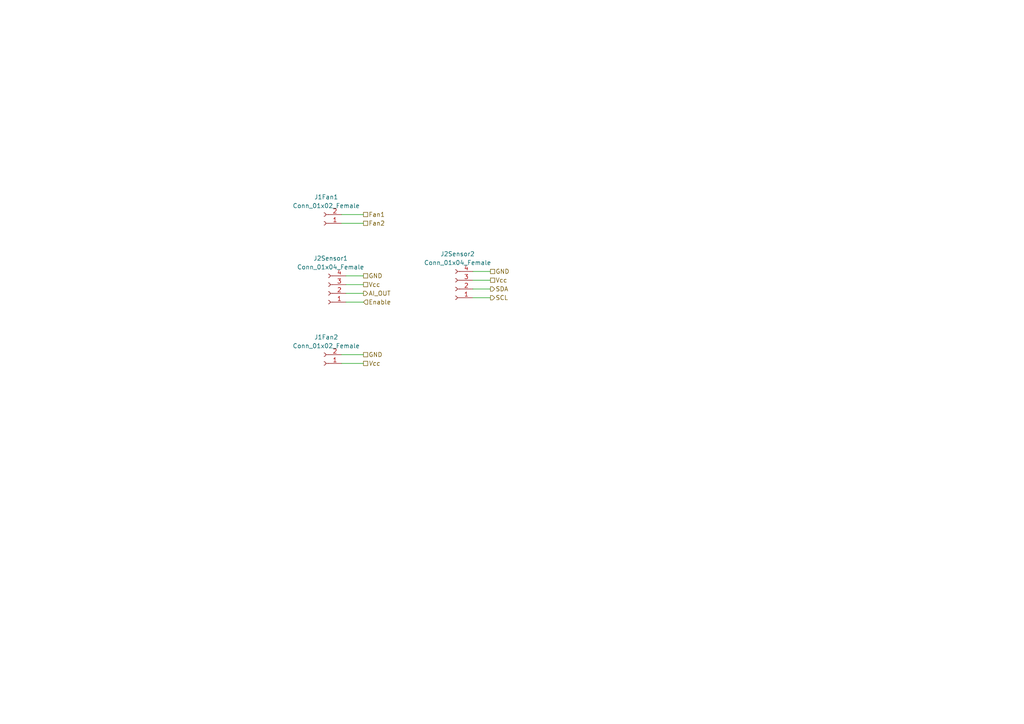
<source format=kicad_sch>
(kicad_sch (version 20211123) (generator eeschema)

  (uuid 0e67f20d-35c1-4691-91cb-f1a919d0907b)

  (paper "A4")

  (lib_symbols
    (symbol "Connector:Conn_01x02_Female" (pin_names (offset 1.016) hide) (in_bom yes) (on_board yes)
      (property "Reference" "J" (id 0) (at 0 2.54 0)
        (effects (font (size 1.27 1.27)))
      )
      (property "Value" "Conn_01x02_Female" (id 1) (at 0 -5.08 0)
        (effects (font (size 1.27 1.27)))
      )
      (property "Footprint" "" (id 2) (at 0 0 0)
        (effects (font (size 1.27 1.27)) hide)
      )
      (property "Datasheet" "~" (id 3) (at 0 0 0)
        (effects (font (size 1.27 1.27)) hide)
      )
      (property "ki_keywords" "connector" (id 4) (at 0 0 0)
        (effects (font (size 1.27 1.27)) hide)
      )
      (property "ki_description" "Generic connector, single row, 01x02, script generated (kicad-library-utils/schlib/autogen/connector/)" (id 5) (at 0 0 0)
        (effects (font (size 1.27 1.27)) hide)
      )
      (property "ki_fp_filters" "Connector*:*_1x??_*" (id 6) (at 0 0 0)
        (effects (font (size 1.27 1.27)) hide)
      )
      (symbol "Conn_01x02_Female_1_1"
        (arc (start 0 -2.032) (mid -0.508 -2.54) (end 0 -3.048)
          (stroke (width 0.1524) (type default) (color 0 0 0 0))
          (fill (type none))
        )
        (polyline
          (pts
            (xy -1.27 -2.54)
            (xy -0.508 -2.54)
          )
          (stroke (width 0.1524) (type default) (color 0 0 0 0))
          (fill (type none))
        )
        (polyline
          (pts
            (xy -1.27 0)
            (xy -0.508 0)
          )
          (stroke (width 0.1524) (type default) (color 0 0 0 0))
          (fill (type none))
        )
        (arc (start 0 0.508) (mid -0.508 0) (end 0 -0.508)
          (stroke (width 0.1524) (type default) (color 0 0 0 0))
          (fill (type none))
        )
        (pin passive line (at -5.08 0 0) (length 3.81)
          (name "Pin_1" (effects (font (size 1.27 1.27))))
          (number "1" (effects (font (size 1.27 1.27))))
        )
        (pin passive line (at -5.08 -2.54 0) (length 3.81)
          (name "Pin_2" (effects (font (size 1.27 1.27))))
          (number "2" (effects (font (size 1.27 1.27))))
        )
      )
    )
    (symbol "Connector:Conn_01x04_Female" (pin_names (offset 1.016) hide) (in_bom yes) (on_board yes)
      (property "Reference" "J" (id 0) (at 0 5.08 0)
        (effects (font (size 1.27 1.27)))
      )
      (property "Value" "Conn_01x04_Female" (id 1) (at 0 -7.62 0)
        (effects (font (size 1.27 1.27)))
      )
      (property "Footprint" "" (id 2) (at 0 0 0)
        (effects (font (size 1.27 1.27)) hide)
      )
      (property "Datasheet" "~" (id 3) (at 0 0 0)
        (effects (font (size 1.27 1.27)) hide)
      )
      (property "ki_keywords" "connector" (id 4) (at 0 0 0)
        (effects (font (size 1.27 1.27)) hide)
      )
      (property "ki_description" "Generic connector, single row, 01x04, script generated (kicad-library-utils/schlib/autogen/connector/)" (id 5) (at 0 0 0)
        (effects (font (size 1.27 1.27)) hide)
      )
      (property "ki_fp_filters" "Connector*:*_1x??_*" (id 6) (at 0 0 0)
        (effects (font (size 1.27 1.27)) hide)
      )
      (symbol "Conn_01x04_Female_1_1"
        (arc (start 0 -4.572) (mid -0.508 -5.08) (end 0 -5.588)
          (stroke (width 0.1524) (type default) (color 0 0 0 0))
          (fill (type none))
        )
        (arc (start 0 -2.032) (mid -0.508 -2.54) (end 0 -3.048)
          (stroke (width 0.1524) (type default) (color 0 0 0 0))
          (fill (type none))
        )
        (polyline
          (pts
            (xy -1.27 -5.08)
            (xy -0.508 -5.08)
          )
          (stroke (width 0.1524) (type default) (color 0 0 0 0))
          (fill (type none))
        )
        (polyline
          (pts
            (xy -1.27 -2.54)
            (xy -0.508 -2.54)
          )
          (stroke (width 0.1524) (type default) (color 0 0 0 0))
          (fill (type none))
        )
        (polyline
          (pts
            (xy -1.27 0)
            (xy -0.508 0)
          )
          (stroke (width 0.1524) (type default) (color 0 0 0 0))
          (fill (type none))
        )
        (polyline
          (pts
            (xy -1.27 2.54)
            (xy -0.508 2.54)
          )
          (stroke (width 0.1524) (type default) (color 0 0 0 0))
          (fill (type none))
        )
        (arc (start 0 0.508) (mid -0.508 0) (end 0 -0.508)
          (stroke (width 0.1524) (type default) (color 0 0 0 0))
          (fill (type none))
        )
        (arc (start 0 3.048) (mid -0.508 2.54) (end 0 2.032)
          (stroke (width 0.1524) (type default) (color 0 0 0 0))
          (fill (type none))
        )
        (pin passive line (at -5.08 2.54 0) (length 3.81)
          (name "Pin_1" (effects (font (size 1.27 1.27))))
          (number "1" (effects (font (size 1.27 1.27))))
        )
        (pin passive line (at -5.08 0 0) (length 3.81)
          (name "Pin_2" (effects (font (size 1.27 1.27))))
          (number "2" (effects (font (size 1.27 1.27))))
        )
        (pin passive line (at -5.08 -2.54 0) (length 3.81)
          (name "Pin_3" (effects (font (size 1.27 1.27))))
          (number "3" (effects (font (size 1.27 1.27))))
        )
        (pin passive line (at -5.08 -5.08 0) (length 3.81)
          (name "Pin_4" (effects (font (size 1.27 1.27))))
          (number "4" (effects (font (size 1.27 1.27))))
        )
      )
    )
  )


  (wire (pts (xy 137.16 78.74) (xy 142.24 78.74))
    (stroke (width 0) (type default) (color 0 0 0 0))
    (uuid 16de2ef6-6e94-42ed-8ca0-f8ea257715b3)
  )
  (wire (pts (xy 100.33 80.01) (xy 105.41 80.01))
    (stroke (width 0) (type default) (color 0 0 0 0))
    (uuid 2556c287-ed92-4e0d-8f8d-b857fb3b2b7f)
  )
  (wire (pts (xy 99.06 64.77) (xy 105.41 64.77))
    (stroke (width 0) (type default) (color 0 0 0 0))
    (uuid 5b2e4174-7923-42ac-8d67-8f9870480424)
  )
  (wire (pts (xy 100.33 85.09) (xy 105.41 85.09))
    (stroke (width 0) (type default) (color 0 0 0 0))
    (uuid 6b626b0c-72ab-4180-8a4e-958459d9ef93)
  )
  (wire (pts (xy 100.33 82.55) (xy 105.41 82.55))
    (stroke (width 0) (type default) (color 0 0 0 0))
    (uuid 72140831-b3fc-4cf4-b710-d1208bdf562c)
  )
  (wire (pts (xy 99.06 62.23) (xy 105.41 62.23))
    (stroke (width 0) (type default) (color 0 0 0 0))
    (uuid 731085ab-06b6-4bbb-ab40-3a3ec42032d4)
  )
  (wire (pts (xy 137.16 83.82) (xy 142.24 83.82))
    (stroke (width 0) (type default) (color 0 0 0 0))
    (uuid 73bc92b1-c791-4cc7-9455-dfa329bcb48f)
  )
  (wire (pts (xy 137.16 86.36) (xy 142.24 86.36))
    (stroke (width 0) (type default) (color 0 0 0 0))
    (uuid 8e50f2de-634a-4212-b392-2d3624b19eb3)
  )
  (wire (pts (xy 99.06 102.87) (xy 105.41 102.87))
    (stroke (width 0) (type default) (color 0 0 0 0))
    (uuid c20c9c18-44df-419c-a1e5-a713a3dd9984)
  )
  (wire (pts (xy 137.16 81.28) (xy 142.24 81.28))
    (stroke (width 0) (type default) (color 0 0 0 0))
    (uuid cb745ad6-1b1c-4313-b1b8-cce4ca7dac73)
  )
  (wire (pts (xy 100.33 87.63) (xy 105.41 87.63))
    (stroke (width 0) (type default) (color 0 0 0 0))
    (uuid dae4b75c-5a05-468c-9f6a-d12551e45a96)
  )
  (wire (pts (xy 99.06 105.41) (xy 105.41 105.41))
    (stroke (width 0) (type default) (color 0 0 0 0))
    (uuid dc492b14-2dd5-4545-ac24-95ab593c8a1a)
  )

  (hierarchical_label "AI_OUT" (shape output) (at 105.41 85.09 0)
    (effects (font (size 1.27 1.27)) (justify left))
    (uuid 052d06c5-06aa-42b9-9cfb-58c0ee581564)
  )
  (hierarchical_label "SDA" (shape output) (at 142.24 83.82 0)
    (effects (font (size 1.27 1.27)) (justify left))
    (uuid 1b3a1678-b426-4981-ab96-adbb8b111515)
  )
  (hierarchical_label "GND" (shape passive) (at 142.24 78.74 0)
    (effects (font (size 1.27 1.27)) (justify left))
    (uuid 1e56c219-34d4-4b65-a097-ae0ef4a90117)
  )
  (hierarchical_label "Vcc" (shape passive) (at 105.41 82.55 0)
    (effects (font (size 1.27 1.27)) (justify left))
    (uuid 39efc881-a116-41d8-8ac0-f94495e901ae)
  )
  (hierarchical_label "Fan2" (shape passive) (at 105.41 64.77 0)
    (effects (font (size 1.27 1.27)) (justify left))
    (uuid 500c7882-c173-4f2e-8fe6-697cf3154f1f)
  )
  (hierarchical_label "Fan1" (shape passive) (at 105.41 62.23 0)
    (effects (font (size 1.27 1.27)) (justify left))
    (uuid 543c9052-6cc9-4cf2-8228-efb985b58682)
  )
  (hierarchical_label "Enable" (shape input) (at 105.41 87.63 0)
    (effects (font (size 1.27 1.27)) (justify left))
    (uuid 58c304f2-d925-4bed-8aa7-748897e0fe8a)
  )
  (hierarchical_label "GND" (shape passive) (at 105.41 102.87 0)
    (effects (font (size 1.27 1.27)) (justify left))
    (uuid 635da76f-739a-478c-a192-c5f3fa25b4c2)
  )
  (hierarchical_label "SCL" (shape output) (at 142.24 86.36 0)
    (effects (font (size 1.27 1.27)) (justify left))
    (uuid 9c206d44-cd48-4b58-a1e6-9df5819fae0f)
  )
  (hierarchical_label "Vcc" (shape passive) (at 105.41 105.41 0)
    (effects (font (size 1.27 1.27) italic) (justify left))
    (uuid 9e95324d-3798-49f1-b8b0-32d4938c2927)
  )
  (hierarchical_label "GND" (shape passive) (at 105.41 80.01 0)
    (effects (font (size 1.27 1.27)) (justify left))
    (uuid be8f197b-9544-4f9a-9fc5-12e5413b6edd)
  )
  (hierarchical_label "Vcc" (shape passive) (at 142.24 81.28 0)
    (effects (font (size 1.27 1.27)) (justify left))
    (uuid d8d429e0-55bc-494d-9972-c1ba456da493)
  )

  (symbol (lib_id "Connector:Conn_01x04_Female") (at 132.08 83.82 180) (unit 1)
    (in_bom yes) (on_board yes) (fields_autoplaced)
    (uuid 04294f98-6a92-4a39-855d-6253752a36d1)
    (property "Reference" "J2Sensor2" (id 0) (at 132.715 73.66 0))
    (property "Value" "Conn_01x04_Female" (id 1) (at 132.715 76.2 0))
    (property "Footprint" "Connector_PinHeader_2.54mm:PinHeader_1x04_P2.54mm_Vertical" (id 2) (at 132.08 83.82 0)
      (effects (font (size 1.27 1.27)) hide)
    )
    (property "Datasheet" "~" (id 3) (at 132.08 83.82 0)
      (effects (font (size 1.27 1.27)) hide)
    )
    (pin "1" (uuid a96043fd-08c9-43d5-837e-eac8cd85e774))
    (pin "2" (uuid 906bfaca-05ca-40fd-a7f8-730811761ebe))
    (pin "3" (uuid 1d523353-8a12-4c52-b2a0-bfa3d00254d6))
    (pin "4" (uuid afcb9345-35ad-45b9-9a80-b0a0fd991f51))
  )

  (symbol (lib_id "Connector:Conn_01x04_Female") (at 95.25 85.09 180) (unit 1)
    (in_bom yes) (on_board yes) (fields_autoplaced)
    (uuid 44de2436-f5db-4b41-98be-9bc95284bbbe)
    (property "Reference" "J2Sensor1" (id 0) (at 95.885 74.93 0))
    (property "Value" "Conn_01x04_Female" (id 1) (at 95.885 77.47 0))
    (property "Footprint" "Connector_PinHeader_2.54mm:PinHeader_1x04_P2.54mm_Vertical" (id 2) (at 95.25 85.09 0)
      (effects (font (size 1.27 1.27)) hide)
    )
    (property "Datasheet" "~" (id 3) (at 95.25 85.09 0)
      (effects (font (size 1.27 1.27)) hide)
    )
    (pin "1" (uuid e6367a6e-cb3c-40e5-9039-a07cbdca7d68))
    (pin "2" (uuid bdadb182-9c39-481e-91a2-241de589e920))
    (pin "3" (uuid e9698f63-78dd-4fe9-9d66-fe94f3b03924))
    (pin "4" (uuid c537fc27-fece-44a9-8f48-ebea2ea53ff4))
  )

  (symbol (lib_id "Connector:Conn_01x02_Female") (at 93.98 105.41 180) (unit 1)
    (in_bom yes) (on_board yes) (fields_autoplaced)
    (uuid 8ed3f90b-870d-4129-ba97-072c3eda6d13)
    (property "Reference" "J1Fan2" (id 0) (at 94.615 97.79 0))
    (property "Value" "Conn_01x02_Female" (id 1) (at 94.615 100.33 0))
    (property "Footprint" "Connector_PinHeader_2.54mm:PinHeader_1x02_P2.54mm_Vertical" (id 2) (at 93.98 105.41 0)
      (effects (font (size 1.27 1.27)) hide)
    )
    (property "Datasheet" "~" (id 3) (at 93.98 105.41 0)
      (effects (font (size 1.27 1.27)) hide)
    )
    (pin "1" (uuid fc3b0f91-7c30-4a52-a3f4-6d9ff57b64bf))
    (pin "2" (uuid 55974545-aa1f-4197-9021-8ee5086dd70b))
  )

  (symbol (lib_id "Connector:Conn_01x02_Female") (at 93.98 64.77 180) (unit 1)
    (in_bom yes) (on_board yes) (fields_autoplaced)
    (uuid f0934266-2c23-4e94-826d-51eccf28a16d)
    (property "Reference" "J1Fan1" (id 0) (at 94.615 57.15 0))
    (property "Value" "Conn_01x02_Female" (id 1) (at 94.615 59.69 0))
    (property "Footprint" "Connector_PinHeader_2.54mm:PinHeader_1x02_P2.54mm_Vertical" (id 2) (at 93.98 64.77 0)
      (effects (font (size 1.27 1.27)) hide)
    )
    (property "Datasheet" "~" (id 3) (at 93.98 64.77 0)
      (effects (font (size 1.27 1.27)) hide)
    )
    (pin "1" (uuid f1b597f6-1f08-4000-ac2d-0e4a1599d607))
    (pin "2" (uuid dbd5db90-f876-4eae-b549-8df9be0223e0))
  )
)

</source>
